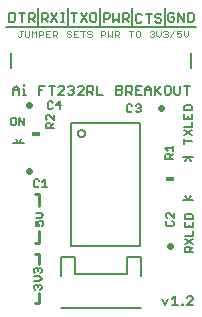
<source format=gto>
G75*
%MOIN*%
%OFA0B0*%
%FSLAX24Y24*%
%IPPOS*%
%LPD*%
%AMOC8*
5,1,8,0,0,1.08239X$1,22.5*
%
%ADD10C,0.0050*%
%ADD11C,0.0040*%
%ADD12C,0.0060*%
%ADD13C,0.0100*%
%ADD14C,0.0080*%
%ADD15C,0.0220*%
%ADD16R,0.0300X0.0180*%
D10*
X001220Y001274D02*
X001178Y001316D01*
X001178Y001399D01*
X001220Y001441D01*
X001262Y001441D01*
X001303Y001399D01*
X001345Y001441D01*
X001387Y001441D01*
X001428Y001399D01*
X001428Y001316D01*
X001387Y001274D01*
X001303Y001357D02*
X001303Y001399D01*
X001345Y001550D02*
X001178Y001550D01*
X001178Y001717D02*
X001345Y001717D01*
X001428Y001633D01*
X001345Y001550D01*
X001387Y001826D02*
X001428Y001868D01*
X001428Y001951D01*
X001387Y001993D01*
X001345Y001993D01*
X001303Y001951D01*
X001303Y001910D01*
X001303Y001951D02*
X001262Y001993D01*
X001220Y001993D01*
X001178Y001951D01*
X001178Y001868D01*
X001220Y001826D01*
X001228Y003400D02*
X001353Y003400D01*
X001312Y003483D01*
X001312Y003525D01*
X001353Y003567D01*
X001437Y003567D01*
X001478Y003525D01*
X001478Y003442D01*
X001437Y003400D01*
X001228Y003400D02*
X001228Y003567D01*
X001228Y003676D02*
X001395Y003676D01*
X001478Y003760D01*
X001395Y003843D01*
X001228Y003843D01*
X001218Y004703D02*
X001301Y004703D01*
X001343Y004744D01*
X001218Y004703D02*
X001176Y004744D01*
X001176Y004911D01*
X001218Y004953D01*
X001301Y004953D01*
X001343Y004911D01*
X001452Y004869D02*
X001536Y004953D01*
X001536Y004703D01*
X001619Y004703D02*
X001452Y004703D01*
X001578Y006653D02*
X001578Y006778D01*
X001620Y006819D01*
X001703Y006819D01*
X001745Y006778D01*
X001745Y006653D01*
X001745Y006736D02*
X001828Y006819D01*
X001828Y006929D02*
X001662Y007096D01*
X001620Y007096D01*
X001578Y007054D01*
X001578Y006970D01*
X001620Y006929D01*
X001828Y006929D02*
X001828Y007096D01*
X001751Y007303D02*
X001793Y007344D01*
X001751Y007303D02*
X001668Y007303D01*
X001626Y007344D01*
X001626Y007511D01*
X001668Y007553D01*
X001751Y007553D01*
X001793Y007511D01*
X001902Y007428D02*
X002069Y007428D01*
X002027Y007303D02*
X002027Y007553D01*
X001902Y007428D01*
X001982Y007778D02*
X002182Y007978D01*
X002182Y008028D01*
X002132Y008078D01*
X002032Y008078D01*
X001982Y008028D01*
X001860Y008078D02*
X001659Y008078D01*
X001759Y008078D02*
X001759Y007778D01*
X001982Y007778D02*
X002182Y007778D01*
X002304Y007828D02*
X002354Y007778D01*
X002454Y007778D01*
X002504Y007828D01*
X002504Y007878D01*
X002454Y007928D01*
X002404Y007928D01*
X002454Y007928D02*
X002504Y007978D01*
X002504Y008028D01*
X002454Y008078D01*
X002354Y008078D01*
X002304Y008028D01*
X002626Y008028D02*
X002676Y008078D01*
X002776Y008078D01*
X002826Y008028D01*
X002826Y007978D01*
X002626Y007778D01*
X002826Y007778D01*
X002948Y007778D02*
X002948Y008078D01*
X003099Y008078D01*
X003149Y008028D01*
X003149Y007928D01*
X003099Y007878D01*
X002948Y007878D01*
X003049Y007878D02*
X003149Y007778D01*
X003271Y007778D02*
X003471Y007778D01*
X003271Y007778D02*
X003271Y008078D01*
X003915Y008078D02*
X003915Y007778D01*
X004065Y007778D01*
X004115Y007828D01*
X004115Y007878D01*
X004065Y007928D01*
X003915Y007928D01*
X003915Y008078D02*
X004065Y008078D01*
X004115Y008028D01*
X004115Y007978D01*
X004065Y007928D01*
X004238Y007878D02*
X004388Y007878D01*
X004438Y007928D01*
X004438Y008028D01*
X004388Y008078D01*
X004238Y008078D01*
X004238Y007778D01*
X004338Y007878D02*
X004438Y007778D01*
X004560Y007778D02*
X004760Y007778D01*
X004560Y007778D02*
X004560Y008078D01*
X004760Y008078D01*
X004660Y007928D02*
X004560Y007928D01*
X004882Y007928D02*
X005082Y007928D01*
X005082Y007978D02*
X005082Y007778D01*
X005204Y007778D02*
X005204Y008078D01*
X005082Y007978D02*
X004982Y008078D01*
X004882Y007978D01*
X004882Y007778D01*
X005204Y007878D02*
X005405Y008078D01*
X005527Y008028D02*
X005527Y007828D01*
X005577Y007778D01*
X005677Y007778D01*
X005727Y007828D01*
X005727Y008028D01*
X005677Y008078D01*
X005577Y008078D01*
X005527Y008028D01*
X005405Y007778D02*
X005254Y007928D01*
X004722Y007411D02*
X004722Y007369D01*
X004680Y007328D01*
X004722Y007286D01*
X004722Y007244D01*
X004680Y007203D01*
X004596Y007203D01*
X004555Y007244D01*
X004638Y007328D02*
X004680Y007328D01*
X004722Y007411D02*
X004680Y007453D01*
X004596Y007453D01*
X004555Y007411D01*
X004445Y007411D02*
X004404Y007453D01*
X004320Y007453D01*
X004278Y007411D01*
X004278Y007244D01*
X004320Y007203D01*
X004404Y007203D01*
X004445Y007244D01*
X005550Y005997D02*
X005801Y005997D01*
X005801Y006080D02*
X005801Y005913D01*
X005801Y005804D02*
X005717Y005721D01*
X005717Y005762D02*
X005675Y005804D01*
X005592Y005804D01*
X005550Y005762D01*
X005550Y005637D01*
X005801Y005637D01*
X005717Y005637D02*
X005717Y005762D01*
X005634Y005913D02*
X005550Y005997D01*
X006183Y006146D02*
X006183Y006313D01*
X006183Y006229D02*
X006433Y006229D01*
X006433Y006422D02*
X006183Y006589D01*
X006183Y006699D02*
X006433Y006699D01*
X006433Y006865D01*
X006433Y006975D02*
X006433Y007142D01*
X006433Y007251D02*
X006433Y007376D01*
X006391Y007418D01*
X006224Y007418D01*
X006183Y007376D01*
X006183Y007251D01*
X006433Y007251D01*
X006308Y007058D02*
X006308Y006975D01*
X006183Y006975D02*
X006433Y006975D01*
X006183Y006975D02*
X006183Y007142D01*
X006433Y006589D02*
X006183Y006422D01*
X006271Y007778D02*
X006271Y008078D01*
X006171Y008078D02*
X006371Y008078D01*
X006049Y008078D02*
X006049Y007828D01*
X005999Y007778D01*
X005899Y007778D01*
X005849Y007828D01*
X005849Y008078D01*
X005363Y010178D02*
X005263Y010178D01*
X005213Y010228D01*
X005263Y010328D02*
X005363Y010328D01*
X005413Y010278D01*
X005413Y010228D01*
X005363Y010178D01*
X005263Y010328D02*
X005213Y010378D01*
X005213Y010428D01*
X005263Y010478D01*
X005363Y010478D01*
X005413Y010428D01*
X005653Y010453D02*
X005653Y010253D01*
X005704Y010203D01*
X005804Y010203D01*
X005854Y010253D01*
X005854Y010353D01*
X005754Y010353D01*
X005854Y010453D02*
X005804Y010503D01*
X005704Y010503D01*
X005653Y010453D01*
X005976Y010503D02*
X005976Y010203D01*
X006176Y010203D02*
X005976Y010503D01*
X006176Y010503D02*
X006176Y010203D01*
X006298Y010203D02*
X006448Y010203D01*
X006498Y010253D01*
X006498Y010453D01*
X006448Y010503D01*
X006298Y010503D01*
X006298Y010203D01*
X005091Y010478D02*
X004891Y010478D01*
X004991Y010478D02*
X004991Y010178D01*
X004769Y010228D02*
X004719Y010178D01*
X004619Y010178D01*
X004568Y010228D01*
X004568Y010428D01*
X004619Y010478D01*
X004719Y010478D01*
X004769Y010428D01*
X004333Y010453D02*
X004333Y010353D01*
X004283Y010303D01*
X004133Y010303D01*
X004233Y010303D02*
X004333Y010203D01*
X004133Y010203D02*
X004133Y010503D01*
X004283Y010503D01*
X004333Y010453D01*
X004011Y010503D02*
X004011Y010203D01*
X003911Y010303D01*
X003811Y010203D01*
X003811Y010503D01*
X003689Y010453D02*
X003689Y010353D01*
X003639Y010303D01*
X003488Y010303D01*
X003488Y010203D02*
X003488Y010503D01*
X003639Y010503D01*
X003689Y010453D01*
X003253Y010453D02*
X003253Y010253D01*
X003203Y010203D01*
X003103Y010203D01*
X003053Y010253D01*
X003053Y010453D01*
X003103Y010503D01*
X003203Y010503D01*
X003253Y010453D01*
X002931Y010503D02*
X002731Y010203D01*
X002931Y010203D02*
X002731Y010503D01*
X002609Y010503D02*
X002408Y010503D01*
X002509Y010503D02*
X002509Y010203D01*
X002173Y010203D02*
X002073Y010203D01*
X002123Y010203D02*
X002123Y010503D01*
X002073Y010503D02*
X002173Y010503D01*
X001951Y010503D02*
X001751Y010203D01*
X001629Y010203D02*
X001529Y010303D01*
X001579Y010303D02*
X001629Y010353D01*
X001629Y010453D01*
X001579Y010503D01*
X001428Y010503D01*
X001428Y010203D01*
X001428Y010303D02*
X001579Y010303D01*
X001751Y010503D02*
X001951Y010203D01*
X001193Y010203D02*
X001093Y010303D01*
X001143Y010303D02*
X001193Y010353D01*
X001193Y010453D01*
X001143Y010503D01*
X000993Y010503D01*
X000993Y010203D01*
X000993Y010303D02*
X001143Y010303D01*
X000871Y010503D02*
X000671Y010503D01*
X000771Y010503D02*
X000771Y010203D01*
X000549Y010253D02*
X000549Y010453D01*
X000499Y010503D01*
X000348Y010503D01*
X000348Y010203D01*
X000499Y010203D01*
X000549Y010253D01*
X000850Y008128D02*
X000850Y008078D01*
X000850Y007978D02*
X000800Y007978D01*
X000850Y007978D02*
X000850Y007778D01*
X000800Y007778D02*
X000900Y007778D01*
X000678Y007778D02*
X000678Y007978D01*
X000578Y008078D01*
X000478Y007978D01*
X000478Y007778D01*
X000478Y007928D02*
X000678Y007928D01*
X001337Y007928D02*
X001437Y007928D01*
X001337Y007778D02*
X001337Y008078D01*
X001537Y008078D01*
X000846Y007007D02*
X000846Y006756D01*
X000679Y007007D01*
X000679Y006756D01*
X000570Y006798D02*
X000570Y006965D01*
X000528Y007007D01*
X000445Y007007D01*
X000403Y006965D01*
X000403Y006798D01*
X000445Y006756D01*
X000528Y006756D01*
X000570Y006798D01*
X001578Y006653D02*
X001828Y006653D01*
X005578Y003804D02*
X005578Y003720D01*
X005620Y003679D01*
X005620Y003569D02*
X005578Y003528D01*
X005578Y003444D01*
X005620Y003403D01*
X005787Y003403D01*
X005828Y003444D01*
X005828Y003528D01*
X005787Y003569D01*
X005828Y003679D02*
X005662Y003846D01*
X005620Y003846D01*
X005578Y003804D01*
X005828Y003846D02*
X005828Y003679D01*
X006206Y003633D02*
X006206Y003758D01*
X006248Y003800D01*
X006415Y003800D01*
X006456Y003758D01*
X006456Y003633D01*
X006206Y003633D01*
X006206Y003523D02*
X006206Y003357D01*
X006456Y003357D01*
X006456Y003523D01*
X006331Y003440D02*
X006331Y003357D01*
X006456Y003247D02*
X006456Y003080D01*
X006206Y003080D01*
X006206Y002971D02*
X006456Y002804D01*
X006456Y002695D02*
X006373Y002611D01*
X006373Y002653D02*
X006373Y002528D01*
X006456Y002528D02*
X006206Y002528D01*
X006206Y002653D01*
X006248Y002695D01*
X006331Y002695D01*
X006373Y002653D01*
X006206Y002804D02*
X006456Y002971D01*
X006406Y001053D02*
X006306Y001053D01*
X006256Y001003D01*
X006406Y001053D02*
X006456Y001003D01*
X006456Y000953D01*
X006256Y000753D01*
X006456Y000753D01*
X006145Y000753D02*
X006095Y000753D01*
X006095Y000803D01*
X006145Y000803D01*
X006145Y000753D01*
X005973Y000753D02*
X005773Y000753D01*
X005873Y000753D02*
X005873Y001053D01*
X005773Y000953D01*
X005651Y000953D02*
X005551Y000753D01*
X005451Y000953D01*
D11*
X005518Y009698D02*
X005483Y009733D01*
X005518Y009698D02*
X005588Y009698D01*
X005623Y009733D01*
X005623Y009768D01*
X005588Y009803D01*
X005623Y009838D01*
X005623Y009873D01*
X005588Y009908D01*
X005518Y009908D01*
X005483Y009873D01*
X005393Y009908D02*
X005393Y009768D01*
X005322Y009698D01*
X005252Y009768D01*
X005252Y009908D01*
X005162Y009873D02*
X005162Y009838D01*
X005127Y009803D01*
X005162Y009768D01*
X005162Y009733D01*
X005127Y009698D01*
X005057Y009698D01*
X005022Y009733D01*
X005092Y009803D02*
X005127Y009803D01*
X005162Y009873D02*
X005127Y009908D01*
X005057Y009908D01*
X005022Y009873D01*
X004702Y009873D02*
X004702Y009733D01*
X004667Y009698D01*
X004597Y009698D01*
X004562Y009733D01*
X004562Y009873D01*
X004597Y009908D01*
X004667Y009908D01*
X004702Y009873D01*
X004472Y009908D02*
X004332Y009908D01*
X004402Y009908D02*
X004402Y009698D01*
X004011Y009698D02*
X003941Y009768D01*
X003976Y009768D02*
X003871Y009768D01*
X003871Y009698D02*
X003871Y009908D01*
X003976Y009908D01*
X004011Y009873D01*
X004011Y009803D01*
X003976Y009768D01*
X003781Y009698D02*
X003781Y009908D01*
X003641Y009908D02*
X003641Y009698D01*
X003711Y009768D01*
X003781Y009698D01*
X003551Y009803D02*
X003551Y009873D01*
X003516Y009908D01*
X003411Y009908D01*
X003411Y009698D01*
X003411Y009768D02*
X003516Y009768D01*
X003551Y009803D01*
X003091Y009768D02*
X003091Y009733D01*
X003056Y009698D01*
X002985Y009698D01*
X002950Y009733D01*
X002985Y009803D02*
X003056Y009803D01*
X003091Y009768D01*
X003091Y009873D02*
X003056Y009908D01*
X002985Y009908D01*
X002950Y009873D01*
X002950Y009838D01*
X002985Y009803D01*
X002860Y009908D02*
X002720Y009908D01*
X002790Y009908D02*
X002790Y009698D01*
X002630Y009698D02*
X002490Y009698D01*
X002490Y009908D01*
X002630Y009908D01*
X002560Y009803D02*
X002490Y009803D01*
X002400Y009768D02*
X002400Y009733D01*
X002365Y009698D01*
X002295Y009698D01*
X002260Y009733D01*
X002295Y009803D02*
X002260Y009838D01*
X002260Y009873D01*
X002295Y009908D01*
X002365Y009908D01*
X002400Y009873D01*
X002365Y009803D02*
X002400Y009768D01*
X002365Y009803D02*
X002295Y009803D01*
X001940Y009803D02*
X001905Y009768D01*
X001799Y009768D01*
X001799Y009698D02*
X001799Y009908D01*
X001905Y009908D01*
X001940Y009873D01*
X001940Y009803D01*
X001870Y009768D02*
X001940Y009698D01*
X001709Y009698D02*
X001569Y009698D01*
X001569Y009908D01*
X001709Y009908D01*
X001639Y009803D02*
X001569Y009803D01*
X001479Y009803D02*
X001479Y009873D01*
X001444Y009908D01*
X001339Y009908D01*
X001339Y009698D01*
X001339Y009768D02*
X001444Y009768D01*
X001479Y009803D01*
X001249Y009908D02*
X001249Y009698D01*
X001179Y009838D02*
X001249Y009908D01*
X001179Y009838D02*
X001109Y009908D01*
X001109Y009698D01*
X001019Y009733D02*
X001019Y009908D01*
X000879Y009908D02*
X000879Y009733D01*
X000914Y009698D01*
X000984Y009698D01*
X001019Y009733D01*
X000754Y009733D02*
X000754Y009908D01*
X000719Y009908D02*
X000789Y009908D01*
X000754Y009733D02*
X000719Y009698D01*
X000684Y009698D01*
X000648Y009733D01*
X005553Y009803D02*
X005588Y009803D01*
X005713Y009698D02*
X005853Y009908D01*
X005943Y009908D02*
X005943Y009803D01*
X006013Y009838D01*
X006048Y009838D01*
X006083Y009803D01*
X006083Y009733D01*
X006048Y009698D01*
X005978Y009698D01*
X005943Y009733D01*
X005943Y009908D02*
X006083Y009908D01*
X006173Y009908D02*
X006173Y009768D01*
X006243Y009698D01*
X006313Y009768D01*
X006313Y009908D01*
D12*
X006578Y010028D02*
X005523Y010028D01*
X005523Y010653D01*
X005523Y010028D02*
X004448Y010028D01*
X004448Y010653D01*
X004448Y010028D02*
X003378Y010028D01*
X003378Y010653D01*
X003378Y010028D02*
X002298Y010028D01*
X002298Y010653D01*
X002298Y010028D02*
X001308Y010028D01*
X001308Y010653D01*
X001308Y010028D02*
X000228Y010028D01*
X002402Y006825D02*
X004705Y006825D01*
X004705Y002730D01*
X002402Y002730D01*
X002402Y006825D01*
X002633Y006478D02*
X002635Y006499D01*
X002641Y006520D01*
X002650Y006540D01*
X002663Y006557D01*
X002678Y006572D01*
X002696Y006584D01*
X002716Y006592D01*
X002737Y006597D01*
X002758Y006598D01*
X002780Y006595D01*
X002800Y006588D01*
X002819Y006578D01*
X002836Y006565D01*
X002850Y006549D01*
X002861Y006530D01*
X002869Y006510D01*
X002873Y006489D01*
X002873Y006467D01*
X002869Y006446D01*
X002861Y006426D01*
X002850Y006407D01*
X002836Y006391D01*
X002819Y006378D01*
X002800Y006368D01*
X002780Y006361D01*
X002758Y006358D01*
X002737Y006359D01*
X002716Y006364D01*
X002696Y006372D01*
X002678Y006384D01*
X002663Y006399D01*
X002650Y006416D01*
X002641Y006436D01*
X002635Y006457D01*
X002633Y006478D01*
D13*
X001353Y000828D02*
X001203Y000828D01*
X001353Y000828D02*
X001353Y001178D01*
X001353Y002128D02*
X001353Y002478D01*
X001203Y002478D01*
X001203Y002828D02*
X001353Y002828D01*
X001353Y003228D01*
X001353Y004078D02*
X001353Y004478D01*
X001203Y004478D01*
D14*
X000835Y006161D02*
X000653Y006161D01*
X000561Y006283D01*
X000472Y006161D02*
X000653Y006161D01*
X000663Y006167D02*
X000739Y006283D01*
X000405Y008658D02*
X000405Y009158D01*
X006122Y005694D02*
X006303Y005694D01*
X006396Y005572D01*
X006485Y005694D02*
X006303Y005694D01*
X006293Y005688D02*
X006218Y005572D01*
X006211Y004383D02*
X006303Y004261D01*
X006485Y004261D01*
X006389Y004383D02*
X006313Y004267D01*
X006303Y004261D02*
X006122Y004261D01*
X004742Y002350D02*
X004270Y002350D01*
X004270Y001798D01*
X002537Y001798D01*
X002537Y002350D01*
X002065Y002350D01*
X002065Y001720D01*
X002065Y000657D02*
X004742Y000657D01*
X004742Y001720D02*
X004742Y002350D01*
X006405Y008658D02*
X006405Y009158D01*
D15*
X005403Y007340D02*
X005403Y007316D01*
X005691Y002728D02*
X005715Y002728D01*
X001003Y005216D02*
X001003Y005240D01*
X001003Y007416D02*
X001003Y007440D01*
D16*
X001253Y006478D03*
X005703Y004978D03*
M02*

</source>
